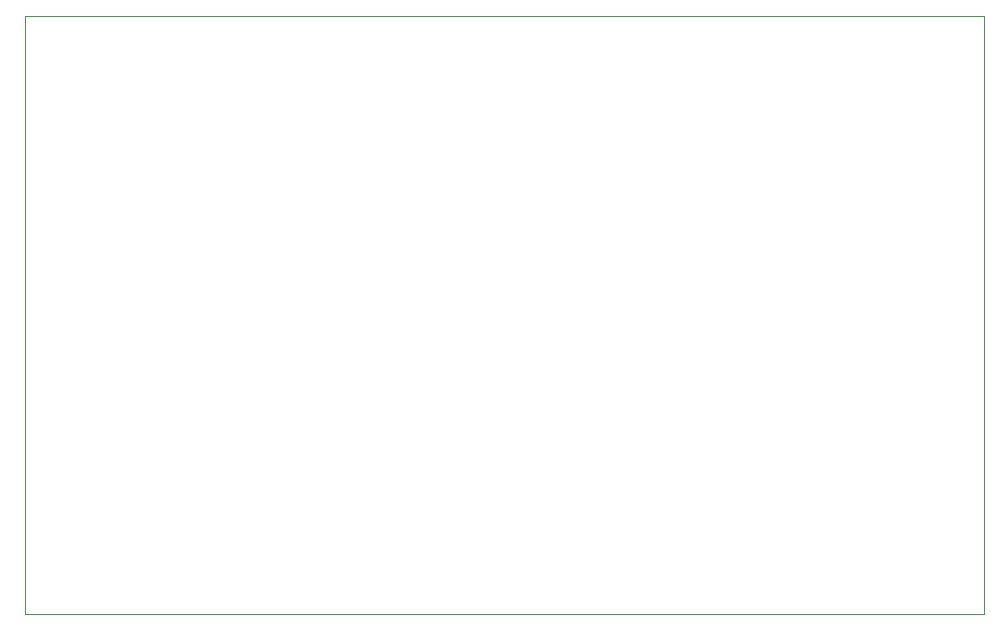
<source format=gm1>
G04 #@! TF.GenerationSoftware,KiCad,Pcbnew,(6.0.7)*
G04 #@! TF.CreationDate,2022-11-23T08:19:57-05:00*
G04 #@! TF.ProjectId,powerboard,706f7765-7262-46f6-9172-642e6b696361,rev?*
G04 #@! TF.SameCoordinates,Original*
G04 #@! TF.FileFunction,Profile,NP*
%FSLAX46Y46*%
G04 Gerber Fmt 4.6, Leading zero omitted, Abs format (unit mm)*
G04 Created by KiCad (PCBNEW (6.0.7)) date 2022-11-23 08:19:57*
%MOMM*%
%LPD*%
G01*
G04 APERTURE LIST*
G04 #@! TA.AperFunction,Profile*
%ADD10C,0.100000*%
G04 #@! TD*
G04 APERTURE END LIST*
D10*
X130086100Y-65887600D02*
X48882300Y-65887600D01*
X48882300Y-65887600D02*
X48882300Y-15189200D01*
X48882300Y-15189200D02*
X130086100Y-15189200D01*
X130086100Y-15189200D02*
X130086100Y-65887600D01*
M02*

</source>
